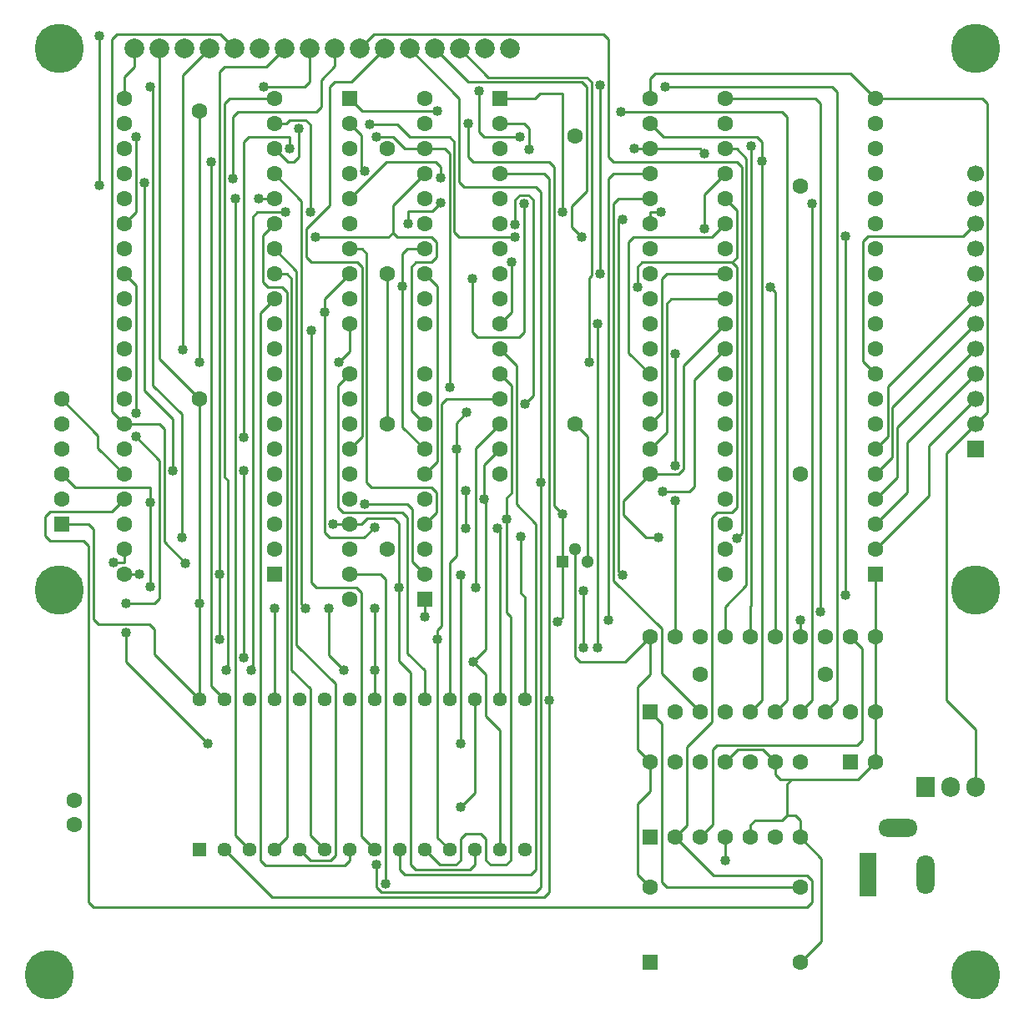
<source format=gbr>
%TF.GenerationSoftware,Novarm,DipTrace,4.3.0.5*%
%TF.CreationDate,2023-08-31T01:17:15+01:00*%
%FSLAX26Y26*%
%MOIN*%
%TF.FileFunction,Copper,L2,Bot*%
%TF.Part,Single*%
%TA.AperFunction,Conductor*%
%ADD13C,0.009843*%
%TA.AperFunction,ComponentPad*%
%ADD17R,0.062992X0.062992*%
%ADD18C,0.062992*%
%ADD19C,0.19685*%
%ADD20R,0.056693X0.056693*%
%ADD21C,0.056693*%
%ADD22C,0.062992*%
%ADD23R,0.070866X0.173228*%
%ADD24O,0.070866X0.15748*%
%ADD25O,0.15748X0.070866*%
%ADD26R,0.066929X0.066929*%
%ADD27C,0.066929*%
%ADD28R,0.051181X0.051181*%
%ADD29C,0.051181*%
%ADD30R,0.075X0.07874*%
%ADD31O,0.075X0.07874*%
%ADD32C,0.07874*%
%TA.AperFunction,ViaPad*%
%ADD33C,0.04*%
G75*
G01*
%LPD*%
X4413386Y1268110D2*
D13*
Y1499480D1*
X4297047Y1615819D1*
Y2601772D1*
X4413386Y2718110D1*
X763386Y2318110D2*
X869883D1*
X889567Y2298426D1*
Y1939146D1*
X909252Y1919461D1*
X1114098D1*
X1133783Y1899776D1*
Y1797713D1*
X1313386Y1618110D1*
X3113386Y868110D2*
X3062835Y918661D1*
Y1202402D1*
X3113386Y1252952D1*
Y1368110D1*
X4013386Y4018110D2*
X3912673Y4118823D1*
X3133074D1*
X3113386Y4099134D1*
Y4018110D1*
X4413386Y2718110D2*
X4461618Y2766343D1*
Y3998426D1*
X4441934Y4018110D1*
X4013386D1*
X1313386Y2818110D2*
X1153543Y2977953D1*
Y4218110D1*
X1313390Y2003583D2*
Y2053425D1*
X1313386Y2053429D1*
Y2818110D1*
Y1618110D2*
X1313390Y2003583D1*
X3113386Y1868110D2*
X3015397Y1770122D1*
X2833071D1*
X2813386Y1789807D1*
Y2218110D1*
X3113386Y1368110D2*
X3062835Y1418661D1*
Y1669878D1*
X3113386Y1720428D1*
Y1868110D1*
X2513386Y2918110D2*
X2559649Y2871847D1*
Y2443799D1*
X2539964Y2424114D1*
Y2338114D1*
X1247441Y3014217D2*
Y4112008D1*
X1353543Y4218110D1*
X2539964Y2338114D2*
Y1964776D1*
X2556500Y1948240D1*
Y977162D1*
X2536815Y957477D1*
X2476185D1*
X2456500Y977162D1*
Y1061225D1*
X2436815Y1080910D1*
X2376185D1*
X2356500Y1061225D1*
Y977162D1*
X2336815Y957477D1*
X2274019D1*
X2213386Y1018110D1*
X2904138Y1824571D2*
Y3118111D1*
X2013390Y1983311D2*
Y1735359D1*
X1756614Y3564374D2*
Y3914217D1*
X1736929Y3933902D1*
X1675437D1*
X1659646Y3918110D1*
X1613386D1*
X1832358Y1983311D2*
Y1794265D1*
X1891264Y1735359D1*
X2013390D2*
X2013386Y1618110D1*
X1521736Y1735359D2*
X1526027Y1739650D1*
Y3544689D1*
X1545712Y3564374D1*
X1656760D1*
X2914098Y4072559D2*
Y3318111D1*
X1613386Y4018110D2*
X1433784D1*
X1414098Y3998425D1*
Y2508032D1*
X1429177Y2492953D1*
Y1742803D1*
X1421736Y1735362D1*
X2513386Y3718110D2*
X2691264D1*
X2710949Y3698425D1*
Y1614370D1*
X2432362Y4049292D2*
Y3884059D1*
X2452047Y3864374D1*
X2594413D1*
X2710949Y1614370D2*
Y848583D1*
X2691264Y828898D1*
X1602598D1*
X1413386Y1018110D1*
X3113386Y3618110D2*
X2988233D1*
X2968547Y3598425D1*
Y2091895D1*
X3159646Y1900796D1*
Y1721850D1*
X3313386Y1568110D1*
X1413386Y1618110D2*
X1359649Y1671847D1*
Y3764374D1*
X3513386Y1568110D2*
X3559646Y1614371D1*
Y3769138D1*
X912681Y4267717D2*
Y3671855D1*
X3559646Y3769138D2*
Y3844688D1*
X3539960Y3864374D1*
X3167122D1*
X3113386Y3918110D1*
X2998149Y3964374D2*
X3639961D1*
X3659646Y3944689D1*
Y1614371D1*
X3613386Y1568110D1*
X2513386Y3918110D2*
X2609972D1*
X2629657Y3898425D1*
Y3814536D1*
X1974724Y3729611D2*
X1959646Y3744689D1*
Y3871850D1*
X1913386Y3918110D1*
X2277874Y3702284D2*
Y3744685D1*
X2258189Y3764370D1*
X2059645D1*
X1913386Y3618110D1*
X3332362Y3799138D2*
X3313390Y3818110D1*
X3113386D1*
X3759649Y3599138D2*
Y1614374D1*
X3713386Y1568110D1*
X3113386Y3818110D2*
X3052047Y3818111D1*
X3174728Y4064374D2*
X3839964D1*
X3859649Y4044689D1*
Y1614374D1*
X3813386Y1568110D1*
X2277874Y3602284D2*
X2243110Y3567520D1*
X2148898D1*
Y3518111D1*
X2513386Y4018110D2*
X2654976D1*
X2674661Y4037796D1*
X2765398D1*
Y3564374D1*
X2513386Y3018110D2*
X2579335Y2952161D1*
Y2397646D1*
X2656500Y2320481D1*
Y937792D1*
X2636815Y918107D1*
X2133071D1*
X2113386Y937792D1*
Y1018110D1*
X1761110Y3092567D2*
Y2084059D1*
X1780795Y2064374D1*
X1939961D1*
X1959646Y2044689D1*
Y1071850D1*
X2013386Y1018110D1*
X2513386Y3118110D2*
X2559649Y3164374D1*
Y3364374D1*
X1613386Y3218110D2*
X1556500Y3161225D1*
Y975000D1*
X1576185Y955315D1*
X1893701D1*
X1913386Y974999D1*
Y1018110D1*
X1613386Y3318110D2*
X1662795D1*
X1682480Y3298425D1*
Y1735245D1*
X1756500Y1661225D1*
Y1074996D1*
X1813386Y1018110D1*
X1613386Y3418110D2*
X1702165Y3329331D1*
Y1835245D1*
X1856500Y1680910D1*
Y994685D1*
X1836815Y975000D1*
X1756496D1*
X1713386Y1018110D1*
X1613386Y3518110D2*
X1567126Y3471851D1*
Y3284059D1*
X1586811Y3264374D1*
X1643110D1*
X1662795Y3244689D1*
Y1067520D1*
X1613386Y1018110D1*
X1456500Y3618111D2*
Y1074996D1*
X1513386Y1018110D1*
X1613386Y3618110D2*
X1552047Y3618111D1*
X3156760Y3564374D2*
X3113386D1*
Y3518110D1*
X1736929Y1983311D2*
X1721850Y1998390D1*
Y3609646D1*
X1613386Y3718110D1*
Y1618110D2*
Y1983311D1*
X1994409Y3914217D2*
X2104409D1*
X2154256Y3864370D1*
X2312638D1*
X2332323Y3844685D1*
Y3484059D1*
X2352008Y3464374D1*
X2574728D1*
X1613386Y3818110D2*
X1667122Y3764374D1*
X1689803D1*
X1709488Y3784059D1*
Y3899138D1*
X3413386Y3618110D2*
X3459646Y3571850D1*
Y3383272D1*
X3440749Y3364374D1*
X3459646Y3345477D1*
Y2384060D1*
X3439960Y2364374D1*
X3379334D1*
X3359649Y2344689D1*
Y1530429D1*
X3259649Y1430429D1*
Y1114374D1*
X3213386Y1068110D1*
X3440749Y3364374D2*
X3082206D1*
X3062520Y3344689D1*
Y3264370D1*
X3213386Y1068110D2*
X3367122Y914374D1*
X3739964D1*
X3759649Y894689D1*
Y809213D1*
X3739964Y789528D1*
X889567D1*
X869882Y809213D1*
Y2232348D1*
X850197Y2252033D1*
X717129D1*
X697441Y2271721D1*
Y2347839D1*
X717126Y2367524D1*
X962799D1*
X1013386Y2418110D1*
X1394413Y1859335D2*
Y2117681D1*
X2513386Y2818110D2*
X2302166D1*
X2282480Y2798425D1*
Y1912008D1*
X2264571Y1894099D1*
Y1859335D1*
X1394413Y2117681D2*
Y4124607D1*
X1414098Y4144292D1*
X1579725D1*
X1653543Y4218110D1*
X2264571Y1859335D2*
Y1066925D1*
X2313386Y1018110D1*
X2513386Y2718110D2*
X2416929Y2621654D1*
Y2064378D1*
X1570012Y4064374D2*
X1733858D1*
X1753543Y4084059D1*
Y4218110D1*
X1242677Y2264374D2*
Y2757484D1*
X1129173Y2870988D1*
Y4053980D1*
X1118779Y4064374D1*
X2109649Y2064378D2*
Y1772442D1*
X2156500Y1725591D1*
Y957477D1*
X2176185Y937792D1*
X2393701D1*
X2413386Y957476D1*
Y1018110D1*
X1913386Y2318110D2*
X1959646D1*
X1982917Y2341382D1*
X2089964D1*
X2109649Y2321697D1*
Y2064378D1*
X1848149Y2318111D2*
X1913386Y2318110D1*
X2513386Y2618110D2*
X2451693Y2556418D1*
Y2417402D1*
X3163547Y2448040D2*
X3271680D1*
X3291365Y2467725D1*
Y2896090D1*
X3413386Y3018110D1*
X1491264Y2532760D2*
Y1785201D1*
X1094409Y3683347D2*
Y2851303D1*
X1207913Y2737799D1*
Y2532760D1*
X1448862Y3699138D2*
Y3944689D1*
X1468547Y3964374D1*
X1779728D1*
X1799413Y3984059D1*
Y4093378D1*
X1853543Y4147508D1*
Y4218110D1*
X2406657Y1770122D2*
X2456500Y1720279D1*
Y1553724D1*
X2513386Y1496838D1*
Y1018110D1*
X2451693Y2417402D2*
X2456500Y2412595D1*
Y1819965D1*
X2406657Y1770122D1*
X3147441Y2264374D2*
X3097598D1*
X3007917Y2354055D1*
Y2412642D1*
X3113386Y2518110D1*
X2596185Y2267591D2*
Y2043949D1*
X2613386Y2026748D1*
Y1618110D1*
X3459646Y2261485D2*
X3479331Y2281170D1*
Y3744689D1*
X3459646Y3764374D1*
X2968547D1*
X2948862Y3784059D1*
Y4255709D1*
X2929177Y4275394D1*
X2010827D1*
X1953543Y4218110D1*
X3113386Y2518110D2*
X3229174D1*
X3248862Y2537799D1*
Y2953587D1*
X3413386Y3118110D1*
X1913386Y2618110D2*
X1962795Y2667520D1*
Y3344685D1*
X1943110Y3364370D1*
X1761220D1*
X1741535Y3384055D1*
Y3499134D1*
X1833862Y3591461D1*
Y4064370D1*
X1853547Y4084055D1*
X1919488D1*
X2053543Y4218110D1*
X3113386Y2618110D2*
X3179335Y2684060D1*
Y3198426D1*
X3199020Y3218110D1*
X3413386D1*
X2378142Y2452166D2*
Y2302355D1*
X2504720D2*
X2513386Y2293689D1*
Y1618110D1*
X2021736Y957481D2*
Y868268D1*
X2041421Y848583D1*
X2656500D1*
X2676185Y868268D1*
Y2486929D1*
X3113386Y2718110D2*
X3159649Y2764374D1*
Y3298425D1*
X3179335Y3318110D1*
X3413386D1*
X2356500Y1187646D2*
X2413386Y1244531D1*
Y1618110D1*
X2676185Y2486929D2*
Y3644689D1*
X2656500Y3664374D1*
X2371693D1*
X2352008Y3684059D1*
Y4019645D1*
X2153543Y4218110D1*
X2841583Y3464374D2*
X2800161Y3505796D1*
Y3590048D1*
X2859649Y3649536D1*
Y4064370D1*
X2839964Y4084055D1*
X2387599D1*
X2253543Y4218110D1*
X2382165Y2764374D2*
X2339689Y2721898D1*
Y2618827D1*
X2614098Y2799138D2*
X2648862Y2833902D1*
Y3614217D1*
X2629177Y3633902D1*
X2594413D1*
X2574728Y3614217D1*
Y3514217D1*
X2339689Y2618827D2*
Y2193036D1*
X2313386Y2166732D1*
Y1618110D1*
X2869374Y2964374D2*
Y3301697D1*
X2879335Y3311658D1*
Y4084054D1*
X2859649Y4103740D1*
X2467914D1*
X2353543Y4218110D1*
X1913386Y2918110D2*
X1867122Y2871847D1*
Y2384059D1*
X1886807Y2364374D1*
X2124728D1*
X2144413Y2344689D1*
Y1803189D1*
X2213386Y1734216D1*
Y1618110D1*
X3113386Y2918110D2*
X3027756Y3003740D1*
Y3444689D1*
X3047441Y3464374D1*
X3359649D1*
X3413386Y3518110D1*
X1974724Y2399138D2*
X2144413D1*
X2164098Y2379453D1*
Y2167398D1*
X2213386Y2118110D1*
X1674724Y3818107D2*
Y3864374D1*
X1510949D1*
X1491264Y3844689D1*
Y2664374D1*
X1913386Y3418110D2*
X1962792D1*
X1982480Y3398422D1*
Y2484059D1*
X2002165Y2464374D1*
X2239961D1*
X2259646Y2444689D1*
Y2364371D1*
X2213386Y2318110D1*
X2014094Y2306618D2*
X1971850Y2264374D1*
X1833071D1*
X1813386Y2284059D1*
Y3164374D1*
Y3218111D1*
X1913386Y3318110D1*
X2213386D2*
X2262795Y3268701D1*
Y2567520D1*
X2213386Y2518110D1*
Y3418110D2*
X2144292D1*
X2124606Y3398425D1*
Y3267520D1*
X1059646Y2761485D2*
Y3271850D1*
X1013386Y3318110D1*
X1021520Y2003583D2*
X1133779D1*
X1153464Y2023268D1*
Y2573706D1*
X1059646Y2667524D1*
X1348153Y1441933D2*
X1021520Y1768566D1*
Y1884697D1*
X2356500Y2114217D2*
Y1441933D1*
X3003311Y2114217D2*
X2988232Y2129296D1*
Y3534315D1*
X3003311D1*
X2405354Y3299138D2*
Y3084059D1*
X2425039Y3064374D1*
X2589807D1*
X2609492Y3084059D1*
Y3599138D1*
X2124606Y3267520D2*
Y2706890D1*
X2213386Y2618110D1*
Y3718110D2*
X2086657Y3591382D1*
Y3483268D1*
X2105555Y3464370D1*
X2239961D1*
X2259646Y3444685D1*
Y3384056D1*
X2239960Y3364370D1*
X2179055D1*
X2159370Y3344685D1*
Y2772126D1*
X2213386Y2718110D1*
X2086657Y3483268D2*
X2067759Y3464370D1*
X1776299D1*
X2020012Y3864374D2*
X2086519D1*
X2132783Y3818110D1*
X2213386D1*
X1059646Y3864374D2*
Y3564371D1*
X1013386Y3518110D1*
X2213386Y3818110D2*
X2292950D1*
X2312638Y3798422D1*
Y2864374D1*
X3713386Y568110D2*
X3799020Y653745D1*
Y982476D1*
X3713386Y1068110D1*
X2863386Y2168110D2*
Y2668110D1*
X2813386Y2718110D1*
X3713386Y1068110D2*
Y1136418D1*
X3693701Y1156103D1*
X3659649D1*
Y1280118D1*
X3678547Y1299016D1*
X3633075D1*
X3613386Y1318705D1*
Y1368110D1*
X1013386Y4018110D2*
Y4104134D1*
X1053543Y4144292D1*
Y4218110D1*
X4013386Y2118110D2*
Y1868110D1*
X2063386Y2718110D2*
Y3318110D1*
X1913386Y3118110D2*
Y3007747D1*
X1870012Y2964374D1*
X1313386Y3968110D2*
Y2964374D1*
X3613386Y1368110D2*
X3563976Y1417520D1*
X3462795D1*
X3413386Y1368110D1*
X3513386Y1068110D2*
Y1117515D1*
X3533075Y1137205D1*
X3640751D1*
X3659649Y1156103D1*
X4013386Y1368110D2*
X3944291Y1299016D1*
X3678547D1*
X4013386Y1568110D2*
Y1368110D1*
Y1868110D2*
Y1568110D1*
X3413386Y3818110D2*
X3459651D1*
X3499016Y3778745D1*
Y2075296D1*
X3413386Y1989665D1*
Y1868110D1*
X3518701Y3829611D2*
Y1995768D1*
X3513386Y1990452D1*
Y1868110D1*
X4013386Y2918110D2*
X3963976Y2967520D1*
Y3447839D1*
X3983661Y3467524D1*
X4362799D1*
X4413386Y3518110D1*
X4013386Y2218110D2*
X4228463Y2433188D1*
Y2633188D1*
X4413386Y2818110D1*
X4013386Y2318110D2*
X4142007Y2446732D1*
Y2646732D1*
X4413386Y2918110D1*
X4013386Y2418110D2*
X4102165Y2506890D1*
Y2706890D1*
X4413386Y3018110D1*
X4013386Y2518110D2*
X4082480Y2587205D1*
Y2787205D1*
X4413386Y3118110D1*
X4013386Y2618110D2*
X4062795Y2667520D1*
Y2867520D1*
X4413386Y3218110D1*
X763386Y2818110D2*
X908075Y2673421D1*
Y2623421D1*
X1013386Y2518110D1*
X3713386Y868110D2*
X3179335D1*
X3159649Y887796D1*
Y1521847D1*
X3113386Y1568110D1*
X3313386Y1068110D2*
X3362799Y1117524D1*
Y1417520D1*
X3382484Y1437205D1*
X3939961D1*
X3959646Y1456890D1*
Y1821850D1*
X3913386Y1868110D1*
X3213386Y2552878D2*
X3214098Y2999138D1*
X3213386Y2412796D2*
Y1868110D1*
X1258941Y2163662D2*
X1173149Y2249454D1*
Y2698426D1*
X1153465Y2718110D1*
X1013386D1*
X2213386Y2018110D2*
Y1948548D1*
X1013386Y2718110D2*
X963980Y2767516D1*
Y4255709D1*
X983665Y4275394D1*
X1396260D1*
X1453543Y4218110D1*
X3332362Y3499138D2*
Y3637087D1*
X3413386Y3718110D1*
X3894413Y2037087D2*
Y3467524D1*
X2848153Y1824571D2*
Y2052878D1*
X970012Y2164374D2*
X1013386D1*
Y2218110D1*
X2056500Y883347D2*
Y2098426D1*
X2036816Y2118110D1*
X1913386D1*
X3413386Y1068110D2*
Y974225D1*
X3794417Y1968819D2*
Y3998426D1*
X3774733Y4018110D1*
X3413386D1*
X763386Y2518110D2*
X817122Y2464374D1*
X1118701D1*
Y2404059D1*
Y2068272D1*
X3613386Y1868110D2*
Y3245397D1*
X3594409Y3264374D1*
X2745712Y1928862D2*
X2763386Y1946535D1*
Y2168110D1*
X1013386Y2118110D2*
X1074724Y2118111D1*
X2262795Y3967520D2*
X1963976D1*
X1913386Y4018110D1*
X2765398Y2358193D2*
X2730634Y2392957D1*
Y3744689D1*
X2710949Y3764374D1*
X2407913D1*
X2388228Y3784059D1*
Y3917677D1*
X2763386Y2168110D2*
Y2249979D1*
X2765398Y2251992D1*
Y2358193D1*
X2948862Y1934055D2*
Y3698426D1*
X2968547Y3718110D1*
X3113386D1*
X3713386Y1934055D2*
Y1868110D1*
D33*
X1313390Y2003583D3*
X1247441Y3014217D3*
X2539964Y2338114D3*
X2904138Y3118111D3*
Y1824571D3*
X1756614Y3564374D3*
X1656760D3*
X1521736Y1735359D3*
X1891264D3*
X1832358Y1983311D3*
X2013390D3*
Y1735359D3*
X2914098Y3318111D3*
Y4072559D3*
X1421736Y1735362D3*
X2594413Y3864374D3*
X2432362Y4049292D3*
X2710949Y1614370D3*
X1359649Y3764374D3*
X912681Y3671855D3*
Y4267717D3*
X3559646Y3769138D3*
X2998149Y3964374D3*
X2629657Y3814536D3*
X1974724Y3729611D3*
X2277874Y3702284D3*
X3052047Y3818111D3*
X3332362Y3799138D3*
X3759649Y3599138D3*
X3174728Y4064374D3*
X2148898Y3518111D3*
X2277874Y3602284D3*
X2765398Y3564374D3*
X2559649Y3364374D3*
X1761110Y3092567D3*
X1456500Y3618111D3*
X1552047D3*
X3156760Y3564374D3*
X1736929Y1983311D3*
X1613386D3*
X2574728Y3464374D3*
X1994409Y3914217D3*
X1709488Y3899138D3*
X3062520Y3264370D3*
X1394413Y2117681D3*
Y1859335D3*
X2264571D3*
X2109649Y2064378D3*
X2416929D3*
X1570012Y4064374D3*
X1118779D3*
X1242677Y2264374D3*
X1848149Y2318111D3*
X3163547Y2448040D3*
X2451693Y2417402D3*
X1491264Y1785201D3*
X2406657Y1770122D3*
X1207913Y2532760D3*
X1094409Y3683347D3*
X1448862Y3699138D3*
X1491264Y2532760D3*
X3459646Y2261485D3*
X3147441Y2264374D3*
X2596185Y2267591D3*
X2504720Y2302355D3*
X2378142D3*
Y2452166D3*
X2021736Y957481D3*
X2356500Y1187646D3*
X2676185Y2486929D3*
X2841583Y3464374D3*
X2574728Y3514217D3*
X2382165Y2764374D3*
X2614098Y2799138D3*
X2339689Y2618827D3*
X2869374Y2964374D3*
X1974724Y2399138D3*
X1491264Y2664374D3*
X1674724Y3818107D3*
X2014094Y2306618D3*
X1813386Y3164374D3*
X1059646Y2761485D3*
Y2667524D3*
X1021520Y2003583D3*
Y1884697D3*
X1348153Y1441933D3*
X2356500D3*
Y2114217D3*
X3003311D3*
Y3534315D3*
X2609492Y3599138D3*
X2405354Y3299138D3*
X2124606Y3267520D3*
X1776299Y3464370D3*
X2312638Y2864374D3*
X2020012Y3864374D3*
X1059646D3*
X1870012Y2964374D3*
X1313386D3*
X3518701Y3829611D3*
X3214098Y2999138D3*
X3213386Y2552878D3*
Y2412796D3*
X1258941Y2163662D3*
X2213386Y1948548D3*
X3332362Y3499138D3*
X3894413Y3467524D3*
Y2037087D3*
X2848153Y2052878D3*
Y1824571D3*
X970012Y2164374D3*
X2056500Y883347D3*
X3413386Y974225D3*
X3794417Y1968819D3*
X1118701Y2068272D3*
Y2404059D3*
X3594409Y3264374D3*
X2745712Y1928862D3*
X1074724Y2118111D3*
X2262795Y3967520D3*
X2388228Y3917677D3*
X2765398Y2358193D3*
X2948862Y1934055D3*
X3713386D3*
D17*
X2513386Y4018110D3*
D18*
Y3918110D3*
Y3818110D3*
Y3718110D3*
Y3618110D3*
Y3518110D3*
Y3418110D3*
Y3318110D3*
Y3218110D3*
Y3118110D3*
Y3018110D3*
Y2918110D3*
Y2818110D3*
Y2718110D3*
Y2618110D3*
Y2518110D3*
X3113386D3*
Y2618110D3*
Y2718110D3*
Y2818110D3*
Y2918110D3*
Y3018110D3*
Y3118110D3*
Y3218110D3*
Y3318110D3*
Y3418110D3*
Y3518110D3*
Y3618110D3*
Y3718110D3*
Y3818110D3*
Y3918110D3*
Y4018110D3*
D17*
X1613386Y2118110D3*
D18*
Y2218110D3*
Y2318110D3*
Y2418110D3*
Y2518110D3*
Y2618110D3*
Y2718110D3*
Y2818110D3*
Y2918110D3*
Y3018110D3*
Y3118110D3*
Y3218110D3*
Y3318110D3*
Y3418110D3*
Y3518110D3*
Y3618110D3*
Y3718110D3*
Y3818110D3*
Y3918110D3*
Y4018110D3*
X1013386D3*
Y3918110D3*
Y3818110D3*
Y3718110D3*
Y3618110D3*
Y3518110D3*
Y3418110D3*
Y3318110D3*
Y3218110D3*
Y3118110D3*
Y3018110D3*
Y2918110D3*
Y2818110D3*
Y2718110D3*
Y2618110D3*
Y2518110D3*
Y2418110D3*
Y2318110D3*
Y2218110D3*
Y2118110D3*
D19*
X4413386Y518110D3*
D20*
X1313386Y1018110D3*
D21*
X1413386D3*
X1513386D3*
X1613386D3*
X1713386D3*
X1813386D3*
X1913386D3*
X2013386D3*
X2113386D3*
X2213386D3*
X2313386D3*
X2413386D3*
X2513386D3*
X2613386D3*
Y1618110D3*
X2513386D3*
X2413386D3*
X2313386D3*
X2213386D3*
X2113386D3*
X2013386D3*
X1913386D3*
X1813386D3*
X1713386D3*
X1613386D3*
X1513386D3*
X1413386D3*
X1313386D3*
D17*
X3113386Y1568110D3*
D18*
X3213386D3*
X3313386D3*
X3413386D3*
X3513386D3*
X3613386D3*
X3713386D3*
X3813386D3*
X3913386D3*
X4013386D3*
Y1868110D3*
X3913386D3*
X3813386D3*
X3713386D3*
X3613386D3*
X3513386D3*
X3413386D3*
X3313386D3*
X3213386D3*
X3113386D3*
D22*
X3313386Y1718110D3*
X3813386D3*
X2063386Y2218110D3*
Y2718110D3*
D17*
X3113386Y568110D3*
D22*
X3713386D3*
Y868110D3*
X3113386D3*
D17*
X3914961Y1368110D3*
D22*
X4013386D3*
D23*
X3985039Y918110D3*
D24*
X4213386D3*
D25*
X4103150Y1107087D3*
D19*
X713386Y518110D3*
D26*
X4413386Y2618110D3*
D27*
Y2718110D3*
Y2818110D3*
Y2918110D3*
Y3018110D3*
Y3118110D3*
Y3218110D3*
Y3318110D3*
Y3418110D3*
Y3518110D3*
Y3618110D3*
Y3718110D3*
D17*
X4013386Y2118110D3*
D18*
Y2218110D3*
Y2318110D3*
Y2418110D3*
Y2518110D3*
Y2618110D3*
Y2718110D3*
Y2818110D3*
Y2918110D3*
Y3018110D3*
Y3118110D3*
Y3218110D3*
Y3318110D3*
Y3418110D3*
Y3518110D3*
Y3618110D3*
Y3718110D3*
Y3818110D3*
Y3918110D3*
Y4018110D3*
X3413386D3*
Y3918110D3*
Y3818110D3*
Y3718110D3*
Y3618110D3*
Y3518110D3*
Y3418110D3*
Y3318110D3*
Y3218110D3*
Y3118110D3*
Y3018110D3*
Y2918110D3*
Y2818110D3*
Y2718110D3*
Y2618110D3*
Y2518110D3*
Y2418110D3*
Y2318110D3*
Y2218110D3*
Y2118110D3*
D28*
X2763386Y2168110D3*
D29*
X2813386Y2218110D3*
X2863386Y2168110D3*
D17*
X763386Y2318110D3*
D18*
Y2418110D3*
Y2518110D3*
Y2618110D3*
Y2718110D3*
Y2818110D3*
D22*
X2813386Y3868110D3*
Y2718110D3*
D17*
X2213386Y2018110D3*
D18*
Y2118110D3*
Y2218110D3*
Y2318110D3*
Y2418110D3*
Y2518110D3*
Y2618110D3*
Y2718110D3*
Y2818110D3*
Y2918110D3*
X1913386D3*
Y2818110D3*
Y2718110D3*
Y2618110D3*
Y2518110D3*
Y2418110D3*
Y2318110D3*
Y2218110D3*
Y2118110D3*
Y2018110D3*
D17*
X3113386Y1068110D3*
D18*
X3213386D3*
X3313386D3*
X3413386D3*
X3513386D3*
X3613386D3*
X3713386D3*
Y1368110D3*
X3613386D3*
X3513386D3*
X3413386D3*
X3313386D3*
X3213386D3*
X3113386D3*
D22*
X1313386Y2818110D3*
Y3968110D3*
D17*
X1913386Y4018110D3*
D18*
Y3918110D3*
Y3818110D3*
Y3718110D3*
Y3618110D3*
Y3518110D3*
Y3418110D3*
Y3318110D3*
Y3218110D3*
Y3118110D3*
X2213386D3*
Y3218110D3*
Y3318110D3*
Y3418110D3*
Y3518110D3*
Y3618110D3*
Y3718110D3*
Y3818110D3*
Y3918110D3*
Y4018110D3*
D30*
X4213386Y1268110D3*
D31*
X4313386D3*
X4413386D3*
D22*
X2063386Y3818110D3*
Y3318110D3*
D19*
X753543Y4218110D3*
Y2054331D3*
D32*
X1253543Y4218110D3*
X2453543D3*
X2553543D3*
D19*
X4413386D3*
Y2054331D3*
D32*
X1053543Y4218110D3*
X1153543D3*
X1353543D3*
X1453543D3*
X1553543D3*
X1653543D3*
X1753543D3*
X1853543D3*
X1953543D3*
X2053543D3*
X2153543D3*
X2253543D3*
X2353543D3*
D22*
X3713386Y3668110D3*
Y2518110D3*
X813386Y1216535D3*
Y1118110D3*
M02*

</source>
